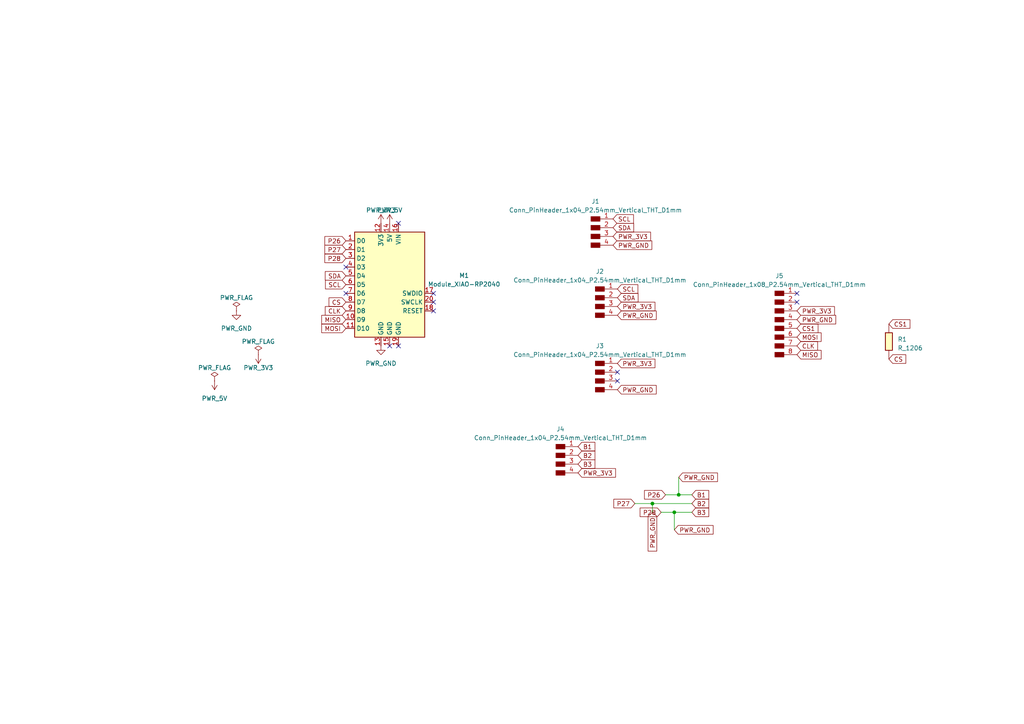
<source format=kicad_sch>
(kicad_sch (version 20230121) (generator eeschema)
  (paper "A4")
  (lib_symbols
    (symbol "fab:Conn_PinHeader_1x04_P2.54mm_Vertical_THT_D1mm" (pin_names hide)
      (property "Reference" "J" (at 0 5.08 0))
      (property "Value" "Conn_PinHeader_1x04_P2.54mm_Vertical_THT_D1mm" (at 0 -7.62 0))
      (symbol "Conn_PinHeader_1x04_P2.54mm_Vertical_THT_D1mm_1_1"
        (rectangle (start -1.27 -4.445) (end 1.27 -5.715) (stroke (width 0.254)) (fill (type outline)))
        (rectangle (start -1.27 -1.905) (end 1.27 -3.175) (stroke (width 0.254)) (fill (type outline)))
        (rectangle (start -1.27 0.635) (end 1.27 -0.635) (stroke (width 0.254)) (fill (type outline)))
        (rectangle (start -1.27 3.175) (end 1.27 1.905) (stroke (width 0.254)) (fill (type outline)))
        (pin passive line (at 5.08 2.54 180) (length 3.81) (name "Pin_1") (number "1"))
        (pin passive line (at 5.08 0 180) (length 3.81) (name "Pin_2") (number "2"))
        (pin passive line (at 5.08 -2.54 180) (length 3.81) (name "Pin_3") (number "3"))
        (pin passive line (at 5.08 -5.08 180) (length 3.81) (name "Pin_4") (number "4"))
      )
    )
    (symbol "fab:Conn_PinHeader_1x08_P2.54mm_Vertical_THT_D1mm" (pin_names hide)
      (property "Reference" "J" (at 0 10.16 0))
      (property "Value" "Conn_PinHeader_1x08_P2.54mm_Vertical_THT_D1mm" (at 0 -12.7 0))
      (symbol "Conn_PinHeader_1x08_P2.54mm_Vertical_THT_D1mm_1_1"
        (rectangle (start -1.27 -9.525) (end 1.27 -10.795) (stroke (width 0.254)) (fill (type outline)))
        (rectangle (start -1.27 -6.985) (end 1.27 -8.255) (stroke (width 0.254)) (fill (type outline)))
        (rectangle (start -1.27 -4.445) (end 1.27 -5.715) (stroke (width 0.254)) (fill (type outline)))
        (rectangle (start -1.27 -1.905) (end 1.27 -3.175) (stroke (width 0.254)) (fill (type outline)))
        (rectangle (start -1.27 0.635) (end 1.27 -0.635) (stroke (width 0.254)) (fill (type outline)))
        (rectangle (start -1.27 3.175) (end 1.27 1.905) (stroke (width 0.254)) (fill (type outline)))
        (rectangle (start -1.27 5.715) (end 1.27 4.445) (stroke (width 0.254)) (fill (type outline)))
        (rectangle (start -1.27 8.255) (end 1.27 6.985) (stroke (width 0.254)) (fill (type outline)))
        (pin passive line (at 5.08 7.62 180) (length 3.81) (name "Pin_1") (number "1"))
        (pin passive line (at 5.08 5.08 180) (length 3.81) (name "Pin_2") (number "2"))
        (pin passive line (at 5.08 2.54 180) (length 3.81) (name "Pin_3") (number "3"))
        (pin passive line (at 5.08 0 180) (length 3.81) (name "Pin_4") (number "4"))
        (pin passive line (at 5.08 -2.54 180) (length 3.81) (name "Pin_5") (number "5"))
        (pin passive line (at 5.08 -5.08 180) (length 3.81) (name "Pin_6") (number "6"))
        (pin passive line (at 5.08 -7.62 180) (length 3.81) (name "Pin_7") (number "7"))
        (pin passive line (at 5.08 -10.16 180) (length 3.81) (name "Pin_8") (number "8"))
      )
    )
    (symbol "fab:Module_XIAO-RP2040"
      (property "Reference" "M" (at -10.16 16.51 0))
      (property "Value" "Module_XIAO-RP2040" (at 3.81 16.51 0))
      (symbol "Module_XIAO-RP2040_1_1"
        (rectangle (start -10.16 15.24) (end 10.16 -15.24) (stroke (width 0.254)) (fill (type background)))
        (pin bidirectional line (at -12.7 12.7 0) (length 2.54) (name "D0") (number "1"))
        (pin bidirectional line (at -12.7 -10.16 0) (length 2.54) (name "D9") (number "10"))
        (pin bidirectional line (at -12.7 -12.7 0) (length 2.54) (name "D10") (number "11"))
        (pin power_in line (at -2.54 17.78 270) (length 2.54) (name "3V3") (number "12"))
        (pin power_in line (at -2.54 -17.78 90) (length 2.54) (name "GND") (number "13"))
        (pin power_in line (at 0 17.78 270) (length 2.54) (name "5V") (number "14"))
        (pin power_in line (at 0 -17.78 90) (length 2.54) (name "GND") (number "15"))
        (pin power_in line (at 2.54 17.78 270) (length 2.54) (name "VIN") (number "16"))
        (pin bidirectional line (at 12.7 -2.54 180) (length 2.54) (name "SWDIO") (number "17"))
        (pin input line (at 12.7 -7.62 180) (length 2.54) (name "RESET") (number "18"))
        (pin power_in line (at 2.54 -17.78 90) (length 2.54) (name "GND") (number "19"))
        (pin bidirectional line (at -12.7 10.16 0) (length 2.54) (name "D1") (number "2"))
        (pin input line (at 12.7 -5.08 180) (length 2.54) (name "SWCLK") (number "20"))
        (pin bidirectional line (at -12.7 7.62 0) (length 2.54) (name "D2") (number "3"))
        (pin bidirectional line (at -12.7 5.08 0) (length 2.54) (name "D3") (number "4"))
        (pin bidirectional line (at -12.7 2.54 0) (length 2.54) (name "D4") (number "5"))
        (pin bidirectional line (at -12.7 0 0) (length 2.54) (name "D5") (number "6"))
        (pin bidirectional line (at -12.7 -2.54 0) (length 2.54) (name "D6") (number "7"))
        (pin bidirectional line (at -12.7 -5.08 0) (length 2.54) (name "D7") (number "8"))
        (pin bidirectional line (at -12.7 -7.62 0) (length 2.54) (name "D8") (number "9"))
      )
    )
    (symbol "fab:PWR_3V3" (power) (pin_names (offset 0))
      (property "Value" "PWR_3V3" (at 0 3.556 0))
      (symbol "PWR_3V3_0_1"
        (polyline (pts (xy -0.762 1.27) (xy 0 2.54)))
        (polyline (pts (xy 0 0) (xy 0 2.54)))
        (polyline (pts (xy 0 2.54) (xy 0.762 1.27)))
      )
      (symbol "PWR_3V3_1_1"
        (pin power_in line (at 0 0 90) (length 0) hide (name "PWR_3V3") (number "1"))
      )
    )
    (symbol "fab:PWR_5V" (power) (pin_names (offset 0))
      (property "Value" "PWR_5V" (at 0 3.556 0))
      (symbol "PWR_5V_0_1"
        (polyline (pts (xy -0.762 1.27) (xy 0 2.54)))
        (polyline (pts (xy 0 0) (xy 0 2.54)))
        (polyline (pts (xy 0 2.54) (xy 0.762 1.27)))
      )
      (symbol "PWR_5V_1_1"
        (pin power_in line (at 0 0 90) (length 0) hide (name "PWR_5V") (number "1"))
      )
    )
    (symbol "fab:PWR_FLAG" (power) (pin_numbers hide) (pin_names (offset 0) hide)
      (property "Value" "PWR_FLAG" (at 0 3.81 0))
      (symbol "PWR_FLAG_0_1"
        (polyline (pts (xy 0 0) (xy 0 1.27) (xy -1.016 1.905) (xy 0 2.54) (xy 1.016 1.905) (xy 0 1.27)))
      )
      (symbol "PWR_FLAG_1_0"
        (pin power_out line (at 0 0 90) (length 0) (name "PWR_FLAG") (number "1"))
      )
    )
    (symbol "fab:PWR_GND" (power) (pin_names (offset 0))
      (property "Value" "PWR_GND" (at 0 -3.81 0))
      (symbol "PWR_GND_0_1"
        (polyline (pts (xy 0 0) (xy 0 -1.27) (xy 1.27 -1.27) (xy 0 -2.54) (xy -1.27 -1.27) (xy 0 -1.27)))
      )
      (symbol "PWR_GND_1_1"
        (pin power_in line (at 0 0 270) (length 0) hide (name "PWR_GND") (number "1"))
      )
    )
    (symbol "fab:R_1206" (pin_numbers hide) (pin_names (offset 0))
      (property "Reference" "R" (at 2.54 0 90))
      (property "Value" "R_1206" (at -2.54 0 90))
      (symbol "R_1206_0_1"
        (rectangle (start -1.016 -2.54) (end 1.016 2.54) (stroke (width 0.254)) (fill (type background)))
      )
      (symbol "R_1206_1_1"
        (pin passive line (at 0 5.08 270) (length 2.54) (name "~") (number "1"))
        (pin passive line (at 0 -5.08 90) (length 2.54) (name "~") (number "2"))
      )
    )
  )
  (junction (at 195.58 148.59))
  (junction (at 189.23 146.05))
  (junction (at 196.85 143.51))
  (no_connect (at 100.33 77.47))
  (no_connect (at 100.33 85.09))
  (no_connect (at 125.73 90.17))
  (no_connect (at 179.07 110.49))
  (no_connect (at 125.73 87.63))
  (no_connect (at 231.14 85.09))
  (no_connect (at 125.73 85.09))
  (no_connect (at 231.14 87.63))
  (no_connect (at 115.57 64.77))
  (no_connect (at 113.03 100.33))
  (no_connect (at 179.07 107.95))
  (no_connect (at 115.57 100.33))
  (wire (pts (xy 184.15 146.05) (xy 189.23 146.05)))
  (wire (pts (xy 189.23 146.05) (xy 189.23 148.59)))
  (wire (pts (xy 191.77 148.59) (xy 195.58 148.59)))
  (wire (pts (xy 196.85 138.43) (xy 196.85 143.51)))
  (wire (pts (xy 193.04 143.51) (xy 196.85 143.51)))
  (wire (pts (xy 195.58 148.59) (xy 200.66 148.59)))
  (wire (pts (xy 196.85 143.51) (xy 200.66 143.51)))
  (wire (pts (xy 189.23 146.05) (xy 200.66 146.05)))
  (wire (pts (xy 195.58 148.59) (xy 195.58 153.67)))
  (global_label "CLK" (shape input) (at 100.33 90.17 180) (property "Intersheetrefs" "${INTERSHEET_REFS}" (effects hide)))
  (global_label "P26" (shape input) (at 193.04 143.51 180) (property "Intersheetrefs" "${INTERSHEET_REFS}" (effects hide)))
  (global_label "B2" (shape input) (at 167.64 132.08 0) (property "Intersheetrefs" "${INTERSHEET_REFS}" (effects hide)))
  (global_label "P27" (shape input) (at 100.33 72.39 180) (property "Intersheetrefs" "${INTERSHEET_REFS}" (effects hide)))
  (global_label "CS" (shape input) (at 100.33 87.63 180) (property "Intersheetrefs" "${INTERSHEET_REFS}" (effects hide)))
  (global_label "PWR_3V3" (shape input) (at 231.14 90.17 0) (property "Intersheetrefs" "${INTERSHEET_REFS}" (effects hide)))
  (global_label "CLK" (shape input) (at 231.14 100.33 0) (property "Intersheetrefs" "${INTERSHEET_REFS}" (effects hide)))
  (global_label "P26" (shape input) (at 100.33 69.85 180) (property "Intersheetrefs" "${INTERSHEET_REFS}" (effects hide)))
  (global_label "B2" (shape input) (at 200.66 146.05 0) (property "Intersheetrefs" "${INTERSHEET_REFS}" (effects hide)))
  (global_label "PWR_3V3" (shape input) (at 167.64 137.16 0) (property "Intersheetrefs" "${INTERSHEET_REFS}" (effects hide)))
  (global_label "PWR_GND" (shape input) (at 231.14 92.71 0) (property "Intersheetrefs" "${INTERSHEET_REFS}" (effects hide)))
  (global_label "B1" (shape input) (at 200.66 143.51 0) (property "Intersheetrefs" "${INTERSHEET_REFS}" (effects hide)))
  (global_label "PWR_3V3" (shape input) (at 179.07 105.41 0) (property "Intersheetrefs" "${INTERSHEET_REFS}" (effects hide)))
  (global_label "PWR_GND" (shape input) (at 195.58 153.67 0) (property "Intersheetrefs" "${INTERSHEET_REFS}" (effects hide)))
  (global_label "CS" (shape input) (at 257.81 104.14 0) (property "Intersheetrefs" "${INTERSHEET_REFS}" (effects hide)))
  (global_label "PWR_GND" (shape input) (at 196.85 138.43 0) (property "Intersheetrefs" "${INTERSHEET_REFS}" (effects hide)))
  (global_label "P27" (shape input) (at 184.15 146.05 180) (property "Intersheetrefs" "${INTERSHEET_REFS}" (effects hide)))
  (global_label "PWR_GND" (shape input) (at 179.07 113.03 0) (property "Intersheetrefs" "${INTERSHEET_REFS}" (effects hide)))
  (global_label "SCL" (shape input) (at 177.8 63.5 0) (property "Intersheetrefs" "${INTERSHEET_REFS}" (effects hide)))
  (global_label "CS1" (shape input) (at 257.81 93.98 0) (property "Intersheetrefs" "${INTERSHEET_REFS}" (effects hide)))
  (global_label "SCL" (shape input) (at 179.07 83.82 0) (property "Intersheetrefs" "${INTERSHEET_REFS}" (effects hide)))
  (global_label "MOSI" (shape input) (at 231.14 97.79 0) (property "Intersheetrefs" "${INTERSHEET_REFS}" (effects hide)))
  (global_label "SDA" (shape input) (at 179.07 86.36 0) (property "Intersheetrefs" "${INTERSHEET_REFS}" (effects hide)))
  (global_label "PWR_GND" (shape input) (at 179.07 91.44 0) (property "Intersheetrefs" "${INTERSHEET_REFS}" (effects hide)))
  (global_label "P28" (shape input) (at 191.77 148.59 180) (property "Intersheetrefs" "${INTERSHEET_REFS}" (effects hide)))
  (global_label "CS1" (shape input) (at 231.14 95.25 0) (property "Intersheetrefs" "${INTERSHEET_REFS}" (effects hide)))
  (global_label "B3" (shape input) (at 200.66 148.59 0) (property "Intersheetrefs" "${INTERSHEET_REFS}" (effects hide)))
  (global_label "B3" (shape input) (at 167.64 134.62 0) (property "Intersheetrefs" "${INTERSHEET_REFS}" (effects hide)))
  (global_label "MOSI" (shape input) (at 100.33 95.25 180) (property "Intersheetrefs" "${INTERSHEET_REFS}" (effects hide)))
  (global_label "SDA" (shape input) (at 177.8 66.04 0) (property "Intersheetrefs" "${INTERSHEET_REFS}" (effects hide)))
  (global_label "PWR_GND" (shape input) (at 177.8 71.12 0) (property "Intersheetrefs" "${INTERSHEET_REFS}" (effects hide)))
  (global_label "PWR_3V3" (shape input) (at 177.8 68.58 0) (property "Intersheetrefs" "${INTERSHEET_REFS}" (effects hide)))
  (global_label "B1" (shape input) (at 167.64 129.54 0) (property "Intersheetrefs" "${INTERSHEET_REFS}" (effects hide)))
  (global_label "SCL" (shape input) (at 100.33 82.55 180) (property "Intersheetrefs" "${INTERSHEET_REFS}" (effects hide)))
  (global_label "P28" (shape input) (at 100.33 74.93 180) (property "Intersheetrefs" "${INTERSHEET_REFS}" (effects hide)))
  (global_label "MISO" (shape input) (at 100.33 92.71 180) (property "Intersheetrefs" "${INTERSHEET_REFS}" (effects hide)))
  (global_label "SDA" (shape input) (at 100.33 80.01 180) (property "Intersheetrefs" "${INTERSHEET_REFS}" (effects hide)))
  (global_label "PWR_3V3" (shape input) (at 179.07 88.9 0) (property "Intersheetrefs" "${INTERSHEET_REFS}" (effects hide)))
  (global_label "MISO" (shape input) (at 231.14 102.87 0) (property "Intersheetrefs" "${INTERSHEET_REFS}" (effects hide)))
  (global_label "PWR_GND" (shape input) (at 189.23 148.59 270) (property "Intersheetrefs" "${INTERSHEET_REFS}" (effects hide)))
  (symbol (lib_id "fab:Conn_PinHeader_1x04_P2.54mm_Vertical_THT_D1mm") (at 173.99 107.95 0) (unit 1)
    (property "Reference" "J3" (at 173.99 100.33 0))
    (property "Value" "Conn_PinHeader_1x04_P2.54mm_Vertical_THT_D1mm" (at 173.99 102.87 0))
    (property "Footprint" "fab:PinHeader_1x04_P2.54mm_Vertical_THT_D1mm" (effects hide))
  )
  (symbol (lib_id "fab:Module_XIAO-RP2040") (at 113.03 82.55 0) (unit 1)
    (property "Reference" "M1" (at 134.62 79.9083 0))
    (property "Value" "Module_XIAO-RP2040" (at 134.62 82.4483 0))
    (property "Footprint" "fab:SeeedStudio_XIAO_RP2040" (effects hide))
    (property "Datasheet" "https://wiki.seeedstudio.com/XIAO-RP2040/" (effects hide))
  )
  (symbol (lib_id "fab:PWR_3V3") (at 110.49 64.77 0) (unit 1)
    (property "Reference" "#PWR04" (effects hide))
    (property "Value" "PWR_3V3" (at 110.49 60.96 0))
  )
  (symbol (lib_id "fab:PWR_3V3") (at 74.93 102.87 0) (mirror x) (unit 1)
    (property "Reference" "#PWR03" (effects hide))
    (property "Value" "PWR_3V3" (at 74.93 106.68 0))
  )
  (symbol (lib_id "fab:PWR_5V") (at 113.03 64.77 0) (unit 1)
    (property "Reference" "#PWR06" (effects hide))
    (property "Value" "PWR_5V" (at 113.03 60.96 0))
  )
  (symbol (lib_id "fab:PWR_GND") (at 110.49 100.33 0) (unit 1)
    (property "Reference" "#PWR05" (effects hide))
    (property "Value" "PWR_GND" (at 110.49 105.41 0))
  )
  (symbol (lib_id "fab:R_1206") (at 257.81 99.06 0) (unit 1)
    (property "Reference" "R1" (at 260.35 98.425 0) (effects (justify left)))
    (property "Value" "R_1206" (at 260.35 100.965 0) (effects (justify left)))
    (property "Footprint" "fab:R_1206" (effects hide))
  )
  (symbol (lib_id "fab:PWR_FLAG") (at 62.23 110.49 0) (unit 1)
    (property "Reference" "#FLG01" (effects hide))
    (property "Value" "PWR_FLAG" (at 62.23 106.68 0))
  )
  (symbol (lib_id "fab:Conn_PinHeader_1x04_P2.54mm_Vertical_THT_D1mm") (at 173.99 86.36 0) (unit 1)
    (property "Reference" "J2" (at 173.99 78.74 0))
    (property "Value" "Conn_PinHeader_1x04_P2.54mm_Vertical_THT_D1mm" (at 173.99 81.28 0))
    (property "Footprint" "fab:PinHeader_1x04_P2.54mm_Vertical_THT_D1mm" (effects hide))
  )
  (symbol (lib_id "fab:PWR_GND") (at 68.58 90.17 0) (unit 1)
    (property "Reference" "#PWR02" (effects hide))
    (property "Value" "PWR_GND" (at 68.58 95.25 0))
  )
  (symbol (lib_id "fab:Conn_PinHeader_1x08_P2.54mm_Vertical_THT_D1mm") (at 226.06 92.71 0) (unit 1)
    (property "Reference" "J5" (at 226.06 80.01 0))
    (property "Value" "Conn_PinHeader_1x08_P2.54mm_Vertical_THT_D1mm" (at 226.06 82.55 0))
    (property "Footprint" "fab:PinHeader_1x08_P2.54mm_Vertical_THT_D1mm" (effects hide))
  )
  (symbol (lib_id "fab:Conn_PinHeader_1x04_P2.54mm_Vertical_THT_D1mm") (at 172.72 66.04 0) (unit 1)
    (property "Reference" "J1" (at 172.72 58.42 0))
    (property "Value" "Conn_PinHeader_1x04_P2.54mm_Vertical_THT_D1mm" (at 172.72 60.96 0))
    (property "Footprint" "fab:PinHeader_1x04_P2.54mm_Vertical_THT_D1mm" (effects hide))
  )
  (symbol (lib_id "fab:PWR_FLAG") (at 74.93 102.87 0) (unit 1)
    (property "Reference" "#FLG03" (effects hide))
    (property "Value" "PWR_FLAG" (at 74.93 99.06 0))
  )
  (symbol (lib_id "fab:PWR_5V") (at 62.23 110.49 180) (unit 1)
    (property "Reference" "#PWR01" (effects hide))
    (property "Value" "PWR_5V" (at 62.23 115.57 0))
  )
  (symbol (lib_id "fab:PWR_FLAG") (at 68.58 90.17 0) (unit 1)
    (property "Reference" "#FLG02" (effects hide))
    (property "Value" "PWR_FLAG" (at 68.58 86.36 0))
  )
  (symbol (lib_id "fab:Conn_PinHeader_1x04_P2.54mm_Vertical_THT_D1mm") (at 162.56 132.08 0) (unit 1)
    (property "Reference" "J4" (at 162.56 124.46 0))
    (property "Value" "Conn_PinHeader_1x04_P2.54mm_Vertical_THT_D1mm" (at 162.56 127 0))
    (property "Footprint" "fab:PinHeader_1x04_P2.54mm_Vertical_THT_D1mm" (effects hide))
  )
)
</source>
